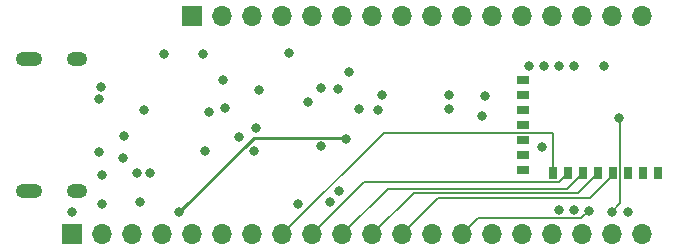
<source format=gbr>
%TF.GenerationSoftware,KiCad,Pcbnew,5.99.0-unknown-64afa3a42e~128~ubuntu20.04.1*%
%TF.CreationDate,2021-05-12T23:24:30+01:00*%
%TF.ProjectId,E73-nRF52840-BBoard,4537332d-6e52-4463-9532-3834302d4242,rev?*%
%TF.SameCoordinates,Original*%
%TF.FileFunction,Copper,L3,Inr*%
%TF.FilePolarity,Positive*%
%FSLAX46Y46*%
G04 Gerber Fmt 4.6, Leading zero omitted, Abs format (unit mm)*
G04 Created by KiCad (PCBNEW 5.99.0-unknown-64afa3a42e~128~ubuntu20.04.1) date 2021-05-12 23:24:30*
%MOMM*%
%LPD*%
G01*
G04 APERTURE LIST*
%TA.AperFunction,ComponentPad*%
%ADD10R,1.000000X0.650000*%
%TD*%
%TA.AperFunction,ComponentPad*%
%ADD11R,0.650000X1.000000*%
%TD*%
%TA.AperFunction,ComponentPad*%
%ADD12O,2.250000X1.250000*%
%TD*%
%TA.AperFunction,ComponentPad*%
%ADD13O,1.750000X1.250000*%
%TD*%
%TA.AperFunction,ComponentPad*%
%ADD14R,1.700000X1.700000*%
%TD*%
%TA.AperFunction,ComponentPad*%
%ADD15O,1.700000X1.700000*%
%TD*%
%TA.AperFunction,ViaPad*%
%ADD16C,0.800000*%
%TD*%
%TA.AperFunction,Conductor*%
%ADD17C,0.250000*%
%TD*%
%TA.AperFunction,Conductor*%
%ADD18C,0.150000*%
%TD*%
G04 APERTURE END LIST*
D10*
%TO.N,/P0.26*%
%TO.C,U1*%
X118912500Y-57167000D03*
%TO.N,/P0.06*%
X118912500Y-58437000D03*
%TO.N,/P0.08*%
X118912500Y-59707000D03*
%TO.N,BATTERY_PIN*%
X118912500Y-60977000D03*
%TO.N,/P0.12*%
X118912500Y-62247000D03*
%TO.N,/LED1*%
X118912500Y-63517000D03*
%TO.N,GND*%
X118912500Y-64787000D03*
D11*
%TO.N,/P0.15*%
X121452500Y-65041000D03*
%TO.N,/P0.17*%
X122722500Y-65041000D03*
%TO.N,/P0.20*%
X123992500Y-65041000D03*
%TO.N,/P0.22*%
X125262500Y-65041000D03*
%TO.N,/P1.00*%
X126532500Y-65041000D03*
%TO.N,/P1.02*%
X127802500Y-65041000D03*
%TO.N,/P1.04*%
X129072500Y-65041000D03*
%TO.N,/P1.06*%
X130342500Y-65041000D03*
%TD*%
D12*
%TO.N,GND*%
%TO.C,J2*%
X77125000Y-66550000D03*
D13*
X81125000Y-66600000D03*
X81125000Y-55424400D03*
D12*
X77125000Y-55400000D03*
%TD*%
D14*
%TO.N,VBAT*%
%TO.C,J5*%
X90850000Y-51750000D03*
D15*
%TO.N,GND*%
X93390000Y-51750000D03*
%TO.N,VCC*%
X95930000Y-51750000D03*
%TO.N,VUSB*%
X98470000Y-51750000D03*
%TO.N,GND*%
X101010000Y-51750000D03*
%TO.N,/P0.06*%
X103550000Y-51750000D03*
%TO.N,/P0.26*%
X106090000Y-51750000D03*
%TO.N,/P0.30*%
X108630000Y-51750000D03*
%TO.N,/P0.31*%
X111170000Y-51750000D03*
%TO.N,/P0.29*%
X113710000Y-51750000D03*
%TO.N,/P0.02*%
X116250000Y-51750000D03*
%TO.N,/P1.13*%
X118790000Y-51750000D03*
%TO.N,/P0.28*%
X121330000Y-51750000D03*
%TO.N,/P0.03*%
X123870000Y-51750000D03*
%TO.N,/P1.10*%
X126410000Y-51750000D03*
%TO.N,/P1.11*%
X128950000Y-51750000D03*
%TD*%
D14*
%TO.N,RESET*%
%TO.C,J4*%
X80750000Y-70225000D03*
D15*
%TO.N,VCC*%
X83290000Y-70225000D03*
%TO.N,GND*%
X85830000Y-70225000D03*
%TO.N,/P0.05*%
X88370000Y-70225000D03*
%TO.N,/P0.08*%
X90910000Y-70225000D03*
%TO.N,/P1.09*%
X93450000Y-70225000D03*
%TO.N,/P0.12*%
X95990000Y-70225000D03*
%TO.N,/P0.15*%
X98530000Y-70225000D03*
%TO.N,/P0.17*%
X101070000Y-70225000D03*
%TO.N,/P0.20*%
X103610000Y-70225000D03*
%TO.N,/P0.22*%
X106150000Y-70225000D03*
%TO.N,/P1.00*%
X108690000Y-70225000D03*
%TO.N,GND*%
X111230000Y-70225000D03*
%TO.N,/P0.13*%
X113770000Y-70225000D03*
%TO.N,/P0.24*%
X116310000Y-70225000D03*
%TO.N,/P1.02*%
X118850000Y-70225000D03*
%TO.N,/P1.04*%
X121390000Y-70225000D03*
%TO.N,/P0.09*%
X123930000Y-70225000D03*
%TO.N,/P1.06*%
X126470000Y-70225000D03*
%TO.N,/P0.10*%
X129010000Y-70225000D03*
%TD*%
D16*
%TO.N,RESET*%
X103925000Y-62200000D03*
X105000000Y-59675000D03*
%TO.N,GND*%
X103225000Y-57925000D03*
X93650000Y-59550000D03*
X92025000Y-63225000D03*
X106650000Y-59750000D03*
X99075000Y-54925000D03*
X101800000Y-62800000D03*
X125775000Y-56000000D03*
X88525000Y-54950000D03*
X83300000Y-65225000D03*
X86850000Y-59750000D03*
X86525000Y-67550000D03*
X96150000Y-63225000D03*
X83225000Y-57800000D03*
X120525000Y-62900000D03*
%TO.N,VBAT*%
X100700000Y-59050000D03*
X91800000Y-54950000D03*
%TO.N,VCC*%
X94875000Y-62000000D03*
X106950000Y-58450000D03*
X83275000Y-67675000D03*
%TO.N,VUSB*%
X83040803Y-58782383D03*
X93525000Y-57225000D03*
X96525000Y-58075000D03*
X83038766Y-63275000D03*
X101850000Y-57900000D03*
%TO.N,SWDIO*%
X126425000Y-68350000D03*
X127050000Y-60425000D03*
X112650000Y-58475000D03*
%TO.N,SWDCLK*%
X112650000Y-59675000D03*
X127773769Y-68348769D03*
%TO.N,D+*%
X123225000Y-68225000D03*
X85025000Y-63750000D03*
X99875000Y-67650000D03*
X86200000Y-65050000D03*
X85125000Y-61925000D03*
%TO.N,D-*%
X102600000Y-67500000D03*
X122000000Y-68225000D03*
X87325000Y-65075000D03*
%TO.N,RESET*%
X80750000Y-68400000D03*
X89775000Y-68400000D03*
%TO.N,/P0.02*%
X123250000Y-55975000D03*
%TO.N,/P0.29*%
X121975000Y-55975000D03*
%TO.N,/P0.31*%
X120700000Y-55975000D03*
%TO.N,/P0.30*%
X119425000Y-55975000D03*
%TO.N,/P0.05*%
X115675000Y-58500000D03*
%TO.N,/LED1*%
X103300000Y-66600000D03*
%TO.N,BATTERY_PIN*%
X104175000Y-56525000D03*
%TO.N,Net-(R6-Pad1)*%
X96274799Y-61274799D03*
X92325000Y-59925000D03*
%TO.N,/P1.09*%
X115425000Y-60225000D03*
%TO.N,/P0.13*%
X124475000Y-68250000D03*
%TD*%
D17*
%TO.N,RESET*%
X103925000Y-62200000D02*
X103800489Y-62075489D01*
X103800489Y-62075489D02*
X96099511Y-62075489D01*
X96099511Y-62075489D02*
X89775000Y-68400000D01*
D18*
%TO.N,SWDIO*%
X127050000Y-60425000D02*
X127132011Y-60507011D01*
X127132011Y-60507011D02*
X127132011Y-67642989D01*
X127132011Y-67642989D02*
X126425000Y-68350000D01*
%TO.N,/P0.15*%
X121447489Y-61647489D02*
X107107511Y-61647489D01*
X107107511Y-61647489D02*
X98530000Y-70225000D01*
X121447489Y-61647489D02*
X119632109Y-61647489D01*
X121452500Y-61652500D02*
X121447489Y-61647489D01*
X121452500Y-65041000D02*
X121452500Y-61652500D01*
%TO.N,/P0.17*%
X121947989Y-65815511D02*
X105479489Y-65815511D01*
X105479489Y-65815511D02*
X101070000Y-70225000D01*
X122722500Y-65041000D02*
X121947989Y-65815511D01*
%TO.N,/P0.20*%
X107460000Y-66375000D02*
X103610000Y-70225000D01*
X122658500Y-66375000D02*
X107460000Y-66375000D01*
X123992500Y-65041000D02*
X122658500Y-66375000D01*
%TO.N,/P0.13*%
X124475000Y-68250000D02*
X123825489Y-68899511D01*
X115095489Y-68899511D02*
X113770000Y-70225000D01*
X123825489Y-68899511D02*
X115095489Y-68899511D01*
%TO.N,/P0.22*%
X123578980Y-66724520D02*
X125262500Y-65041000D01*
X106150000Y-70225000D02*
X109650480Y-66724520D01*
X109650480Y-66724520D02*
X123578980Y-66724520D01*
%TO.N,/P1.00*%
X126532500Y-65216000D02*
X124573500Y-67175000D01*
X124573500Y-67175000D02*
X111740000Y-67175000D01*
X111740000Y-67175000D02*
X108690000Y-70225000D01*
X126532500Y-65041000D02*
X126532500Y-65216000D01*
%TD*%
M02*

</source>
